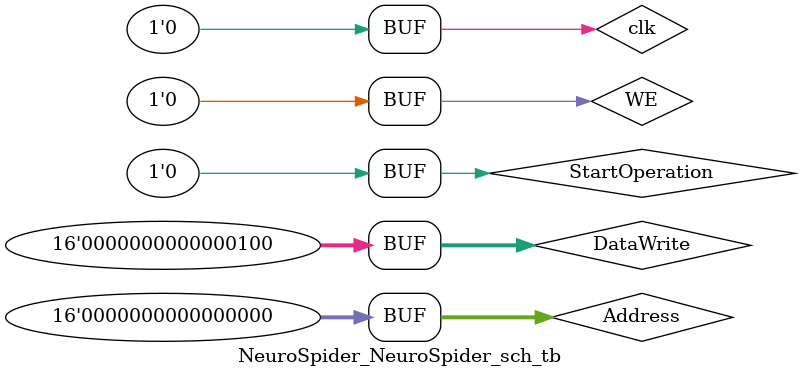
<source format=v>

`timescale 1ns / 1ps

module NeuroSpider_NeuroSpider_sch_tb();


		parameter offsetRegAddr = 16'h8000;
		parameter destRegAddr = 16'h8001;
		parameter numOpsRegAddr = 16'h8002;
		parameter cacheRouterRegAddr = 16'h8003;
		parameter floatNum1 = 16'h3c00;
		parameter floatNum2 = 16'h4000;
		parameter floatNegNum2 = 16'hc000;
		
// Inputs
   reg clk;
   reg StartOperation;
   reg WE;
   reg [15:0] Address;
   reg [15:0] DataWrite;

// Output
   wire ReadyNextOperation;
   wire [15:0] DataRead;

// Bidirs

// Instantiate the UUT
   NeuroSpider UUT (
		.clk(clk), 
		.ReadyNextOperation(ReadyNextOperation), 
		.DataRead(DataRead), 
		.StartOperation(StartOperation), 
		.WE(WE), 
		.Address(Address), 
		.DataWrite(DataWrite)
   );
// Initialize Inputs
   initial begin
		clk = 0;
		StartOperation = 0;
		
		//set offset
		WE =1;
		Address = 16'h8000;
		DataWrite = 16'd0;//To 0
		//DataWrite = 16'd1;
		
		#100;clk = 1;#100;clk = 0;
		
		//set dest
		WE =1;
		Address = 16'h8001;
		DataWrite = 16'd0;//To loc 0

		#100;clk = 1;#100;clk = 0;

		//set num ops
		WE =1;
		Address = 16'h8002;
		//DataWrite = 16'd2;//to 2 ops
		DataWrite = 16'd2;

		#100;clk = 1;#100;clk = 0;
		
		/*WRITING TO CACHES*/

		//write to cache ...
		WE =1;
		Address = 16'h8003;
		DataWrite = 16'h0000;///L1

		#100;clk = 1;#100;clk = 0;
		
		WE =1;
		Address = 16'h0000;//loc 0
		DataWrite = floatNum1;//val 1
		
		#100;clk = 1;#100;clk = 0;
		
		WE =1;
		Address = 16'h0001;//loc 1
		DataWrite = floatNum2;//val 2

		#100;clk = 1;#100;clk = 0;	

		/*index*/

		WE =1;
		Address = 16'h8003;
		DataWrite = 16'h0001;///I0

		#100;clk = 1;#100;clk = 0;
		
		WE =1;
		Address = 16'h0000;//loc 0
		DataWrite = 16'h0000;//index0
		
		#100;clk = 1;#100;clk = 0;
		
		WE =1;
		Address = 16'h0001;//loc 1
		DataWrite = 16'h0001;//index 1

		#100;clk = 1;#100;clk = 0;			

		/*weights*/
		
		WE =1;
		Address = 16'h8003;
		DataWrite = 16'h0003;///W0

		#100;clk = 1;#100;clk = 0;
		
		WE =1;
		Address = 16'h0000;//loc 0
		DataWrite = floatNum1;//val 1
		
		#100;clk = 1;#100;clk = 0;
		
		WE =1;
		Address = 16'h0001;//loc 1
		DataWrite = floatNum2;//val 2
		//DataWrite = floatNegNum2;
		
		#100;clk = 1;#100;clk = 0;

		WE =1;
		Address = 16'h8004;
		DataWrite = 16'd0;//No Act Func
		//DataWrite = 16'h0060; //Yes Act Func

		#100;clk = 1;#100;clk = 0;
		
		/*RUN Op*/
		WE = 0;
		StartOperation = 1;
		
		#100;clk = 1;#100;clk = 0;
		StartOperation = 0;
		#100;clk = 1;#100;clk = 0;
		#100;clk = 1;#100;clk = 0;
		#100;clk = 1;#100;clk = 0;
		#100;clk = 1;#100;clk = 0;
		#100;clk = 1;#100;clk = 0;
		#100;clk = 1;#100;clk = 0;
		#100;clk = 1;#100;clk = 0;
		#100;clk = 1;#100;clk = 0;
		#100;clk = 1;#100;clk = 0;
		#100;clk = 1;#100;clk = 0;
		#100;clk = 1;#100;clk = 0;
		#100;clk = 1;#100;clk = 0;
		#100;clk = 1;#100;clk = 0;
		#100;clk = 1;#100;clk = 0;
		#100;clk = 1;#100;clk = 0;
		#100;clk = 1;#100;clk = 0;
		#100;clk = 1;#100;clk = 0;
		#100;clk = 1;#100;clk = 0;
		#100;clk = 1;#100;clk = 0;
		#100;clk = 1;#100;clk = 0;
		#100;clk = 1;#100;clk = 0;
		#100;clk = 1;#100;clk = 0;
		
		WE =1;
		Address = 16'h8003;
		DataWrite = 16'h0004;///L1	

		#100;clk = 1;#100;clk = 0;	

		WE = 0;
		Address = 16'h0000;
		
		#100;clk = 1;#100;clk = 0;
		#100;clk = 1;#100;clk = 0;
		#100;clk = 1;#100;clk = 0;
		
   end
endmodule

</source>
